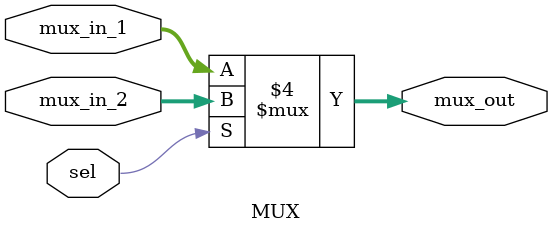
<source format=v>
module MUX(mux_in_1,mux_in_2,sel,mux_out);
    input [31:0] mux_in_1;
    input [31:0] mux_in_2;
    input sel;
    output [31:0] mux_out;
    reg [31:0] mux_out;
    always @(mux_in_1,mux_in_2,sel)
        if(sel==1'b0)
            mux_out=mux_in_1;
        else
            mux_out=mux_in_2;
endmodule
</source>
